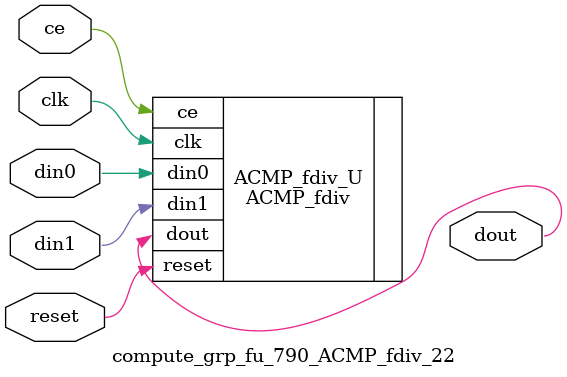
<source format=v>

`timescale 1 ns / 1 ps
module compute_grp_fu_790_ACMP_fdiv_22(
    clk,
    reset,
    ce,
    din0,
    din1,
    dout);

parameter ID = 32'd1;
parameter NUM_STAGE = 32'd1;
parameter din0_WIDTH = 32'd1;
parameter din1_WIDTH = 32'd1;
parameter dout_WIDTH = 32'd1;
input clk;
input reset;
input ce;
input[din0_WIDTH - 1:0] din0;
input[din1_WIDTH - 1:0] din1;
output[dout_WIDTH - 1:0] dout;



ACMP_fdiv #(
.ID( ID ),
.NUM_STAGE( 10 ),
.din0_WIDTH( din0_WIDTH ),
.din1_WIDTH( din1_WIDTH ),
.dout_WIDTH( dout_WIDTH ))
ACMP_fdiv_U(
    .clk( clk ),
    .reset( reset ),
    .ce( ce ),
    .din0( din0 ),
    .din1( din1 ),
    .dout( dout ));

endmodule

</source>
